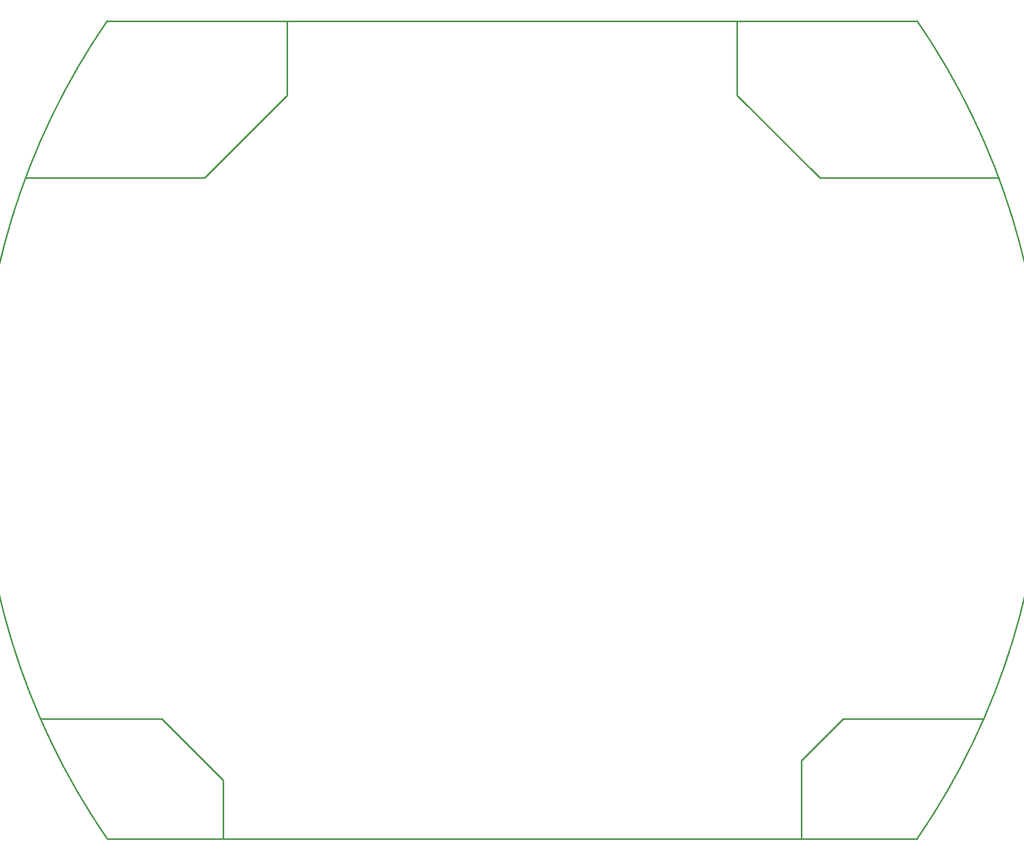
<source format=gko>
G04*
G04 #@! TF.GenerationSoftware,Altium Limited,Altium Designer,19.1.5 (86)*
G04*
G04 Layer_Color=16711935*
%FSLAX25Y25*%
%MOIN*%
G70*
G01*
G75*
%ADD10C,0.01000*%
D10*
X523983Y12D02*
G03*
X523983Y528988I-384883J264488D01*
G01*
X25Y529000D02*
G03*
X17Y12I384875J-264500D01*
G01*
X75000Y0D02*
Y38000D01*
X475000Y76500D02*
X476000Y77500D01*
X449000Y50500D02*
X475000Y76500D01*
X449000Y50000D02*
Y50500D01*
X-28000Y77500D02*
X-27500D01*
X-43000Y77500D02*
X35500Y77500D01*
X75000Y38000D01*
X449000Y0D02*
Y50000D01*
X476000Y77500D02*
X567000D01*
X407500Y481000D02*
X461000Y427500D01*
X577000D01*
X407500Y481000D02*
Y529000D01*
X-53000Y427500D02*
X63000D01*
X116500Y481000D01*
Y529000D01*
X0Y0D02*
X524000D01*
X0Y529000D02*
X524000D01*
M02*

</source>
